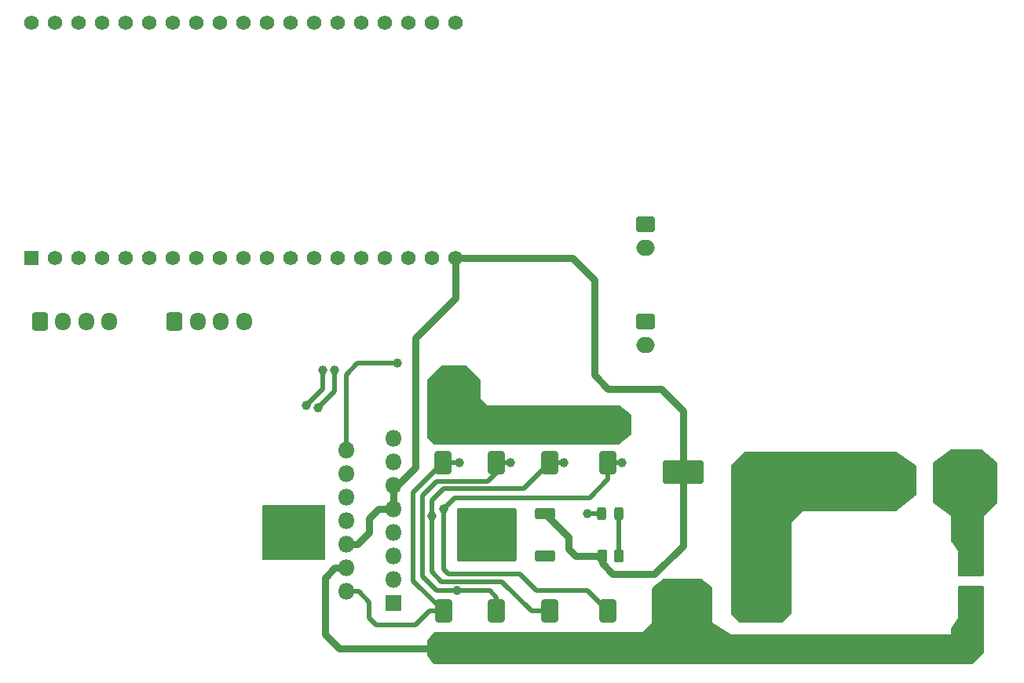
<source format=gbr>
%TF.GenerationSoftware,KiCad,Pcbnew,7.0.8*%
%TF.CreationDate,2024-03-30T18:50:20+07:00*%
%TF.ProjectId,2wd_control,3277645f-636f-46e7-9472-6f6c2e6b6963,rev?*%
%TF.SameCoordinates,Original*%
%TF.FileFunction,Copper,L1,Top*%
%TF.FilePolarity,Positive*%
%FSLAX46Y46*%
G04 Gerber Fmt 4.6, Leading zero omitted, Abs format (unit mm)*
G04 Created by KiCad (PCBNEW 7.0.8) date 2024-03-30 18:50:20*
%MOMM*%
%LPD*%
G01*
G04 APERTURE LIST*
G04 Aperture macros list*
%AMRoundRect*
0 Rectangle with rounded corners*
0 $1 Rounding radius*
0 $2 $3 $4 $5 $6 $7 $8 $9 X,Y pos of 4 corners*
0 Add a 4 corners polygon primitive as box body*
4,1,4,$2,$3,$4,$5,$6,$7,$8,$9,$2,$3,0*
0 Add four circle primitives for the rounded corners*
1,1,$1+$1,$2,$3*
1,1,$1+$1,$4,$5*
1,1,$1+$1,$6,$7*
1,1,$1+$1,$8,$9*
0 Add four rect primitives between the rounded corners*
20,1,$1+$1,$2,$3,$4,$5,0*
20,1,$1+$1,$4,$5,$6,$7,0*
20,1,$1+$1,$6,$7,$8,$9,0*
20,1,$1+$1,$8,$9,$2,$3,0*%
G04 Aperture macros list end*
%TA.AperFunction,ComponentPad*%
%ADD10C,6.000000*%
%TD*%
%TA.AperFunction,SMDPad,CuDef*%
%ADD11RoundRect,0.250000X0.650000X-1.000000X0.650000X1.000000X-0.650000X1.000000X-0.650000X-1.000000X0*%
%TD*%
%TA.AperFunction,SMDPad,CuDef*%
%ADD12RoundRect,0.250000X0.850000X0.350000X-0.850000X0.350000X-0.850000X-0.350000X0.850000X-0.350000X0*%
%TD*%
%TA.AperFunction,SMDPad,CuDef*%
%ADD13RoundRect,0.250000X1.275000X1.125000X-1.275000X1.125000X-1.275000X-1.125000X1.275000X-1.125000X0*%
%TD*%
%TA.AperFunction,SMDPad,CuDef*%
%ADD14RoundRect,0.249997X2.950003X2.650003X-2.950003X2.650003X-2.950003X-2.650003X2.950003X-2.650003X0*%
%TD*%
%TA.AperFunction,ComponentPad*%
%ADD15R,1.560000X1.560000*%
%TD*%
%TA.AperFunction,ComponentPad*%
%ADD16C,1.560000*%
%TD*%
%TA.AperFunction,SMDPad,CuDef*%
%ADD17RoundRect,0.301219X-0.301218X1.011780X-0.301218X-1.011780X0.301218X-1.011780X0.301218X1.011780X0*%
%TD*%
%TA.AperFunction,SMDPad,CuDef*%
%ADD18RoundRect,0.297250X-0.297250X1.015750X-0.297250X-1.015750X0.297250X-1.015750X0.297250X1.015750X0*%
%TD*%
%TA.AperFunction,SMDPad,CuDef*%
%ADD19RoundRect,0.250000X-1.950000X-1.000000X1.950000X-1.000000X1.950000X1.000000X-1.950000X1.000000X0*%
%TD*%
%TA.AperFunction,ComponentPad*%
%ADD20R,1.800000X1.800000*%
%TD*%
%TA.AperFunction,ComponentPad*%
%ADD21O,1.800000X1.800000*%
%TD*%
%TA.AperFunction,ComponentPad*%
%ADD22RoundRect,0.250000X-0.600000X-0.725000X0.600000X-0.725000X0.600000X0.725000X-0.600000X0.725000X0*%
%TD*%
%TA.AperFunction,ComponentPad*%
%ADD23O,1.700000X1.950000*%
%TD*%
%TA.AperFunction,SMDPad,CuDef*%
%ADD24RoundRect,0.250000X-0.262500X-0.450000X0.262500X-0.450000X0.262500X0.450000X-0.262500X0.450000X0*%
%TD*%
%TA.AperFunction,ComponentPad*%
%ADD25RoundRect,0.250000X-0.750000X0.600000X-0.750000X-0.600000X0.750000X-0.600000X0.750000X0.600000X0*%
%TD*%
%TA.AperFunction,ComponentPad*%
%ADD26O,2.000000X1.700000*%
%TD*%
%TA.AperFunction,SMDPad,CuDef*%
%ADD27RoundRect,0.243750X-0.243750X-0.456250X0.243750X-0.456250X0.243750X0.456250X-0.243750X0.456250X0*%
%TD*%
%TA.AperFunction,ViaPad*%
%ADD28C,1.000000*%
%TD*%
%TA.AperFunction,Conductor*%
%ADD29C,0.800000*%
%TD*%
%TA.AperFunction,Conductor*%
%ADD30C,0.500000*%
%TD*%
G04 APERTURE END LIST*
D10*
%TO.P,12V1,1,Pin_1*%
%TO.N,Net-(12V1-Pin_1)*%
X223000000Y-99250000D03*
%TD*%
D11*
%TO.P,D5,1,K*%
%TO.N,+12V*%
X184490000Y-117250000D03*
%TO.P,D5,2,A*%
%TO.N,Net-(D5-A)*%
X184490000Y-113250000D03*
%TD*%
%TO.P,D7,1,K*%
%TO.N,Net-(D3-A)*%
X172440000Y-97250000D03*
%TO.P,D7,2,A*%
%TO.N,GND*%
X172440000Y-93250000D03*
%TD*%
%TO.P,D4,1,K*%
%TO.N,+12V*%
X178240000Y-117250000D03*
%TO.P,D4,2,A*%
%TO.N,Net-(D4-A)*%
X178240000Y-113250000D03*
%TD*%
D12*
%TO.P,U3,1,VI*%
%TO.N,+12V*%
X177700000Y-107280000D03*
D13*
%TO.P,U3,2,GND*%
%TO.N,GND*%
X173075000Y-106525000D03*
X173075000Y-103475000D03*
D14*
X171400000Y-105000000D03*
D13*
X169725000Y-106525000D03*
X169725000Y-103475000D03*
D12*
%TO.P,U3,3,VO*%
%TO.N,EN*%
X177700000Y-102720000D03*
%TD*%
D11*
%TO.P,D2,1,K*%
%TO.N,+12V*%
X166740000Y-117250000D03*
%TO.P,D2,2,A*%
%TO.N,Net-(D2-A)*%
X166740000Y-113250000D03*
%TD*%
D15*
%TO.P,U1,J2-1,3V3*%
%TO.N,unconnected-(U1-3V3-PadJ2-1)*%
X122350000Y-75150000D03*
D16*
%TO.P,U1,J2-2,EN*%
%TO.N,unconnected-(U1-EN-PadJ2-2)*%
X124890000Y-75150000D03*
%TO.P,U1,J2-3,SENSOR_VP*%
%TO.N,unconnected-(U1-SENSOR_VP-PadJ2-3)*%
X127430000Y-75150000D03*
%TO.P,U1,J2-4,SENSOR_VN*%
%TO.N,unconnected-(U1-SENSOR_VN-PadJ2-4)*%
X129970000Y-75150000D03*
%TO.P,U1,J2-5,IO34*%
%TO.N,ENCOD_0_A*%
X132510000Y-75150000D03*
%TO.P,U1,J2-6,IO35*%
%TO.N,ENCOD_0_B*%
X135050000Y-75150000D03*
%TO.P,U1,J2-7,IO32*%
%TO.N,ENCOD_1_A*%
X137590000Y-75150000D03*
%TO.P,U1,J2-8,IO33*%
%TO.N,ENCOD_1_B*%
X140130000Y-75150000D03*
%TO.P,U1,J2-9,IO25*%
%TO.N,IN 1*%
X142670000Y-75150000D03*
%TO.P,U1,J2-10,IO26*%
%TO.N,IN 2*%
X145210000Y-75150000D03*
%TO.P,U1,J2-11,IO27*%
%TO.N,IN 3*%
X147750000Y-75150000D03*
%TO.P,U1,J2-12,IO14*%
%TO.N,IN 4*%
X150290000Y-75150000D03*
%TO.P,U1,J2-13,IO12*%
%TO.N,unconnected-(U1-IO12-PadJ2-13)*%
X152830000Y-75150000D03*
%TO.P,U1,J2-14,GND1*%
%TO.N,GND*%
X155370000Y-75150000D03*
%TO.P,U1,J2-15,IO13*%
%TO.N,unconnected-(U1-IO13-PadJ2-15)*%
X157910000Y-75150000D03*
%TO.P,U1,J2-16,SD2*%
%TO.N,unconnected-(U1-SD2-PadJ2-16)*%
X160450000Y-75150000D03*
%TO.P,U1,J2-17,SD3*%
%TO.N,unconnected-(U1-SD3-PadJ2-17)*%
X162990000Y-75150000D03*
%TO.P,U1,J2-18,CMD*%
%TO.N,unconnected-(U1-CMD-PadJ2-18)*%
X165530000Y-75150000D03*
%TO.P,U1,J2-19,EXT_5V*%
%TO.N,EN*%
X168070000Y-75150000D03*
%TO.P,U1,J3-1,GND3*%
%TO.N,GND*%
X122350000Y-49750000D03*
%TO.P,U1,J3-2,IO23*%
%TO.N,unconnected-(U1-IO23-PadJ3-2)*%
X124890000Y-49750000D03*
%TO.P,U1,J3-3,IO22*%
%TO.N,unconnected-(U1-IO22-PadJ3-3)*%
X127430000Y-49750000D03*
%TO.P,U1,J3-4,TXD0*%
%TO.N,unconnected-(U1-TXD0-PadJ3-4)*%
X129970000Y-49750000D03*
%TO.P,U1,J3-5,RXD0*%
%TO.N,unconnected-(U1-RXD0-PadJ3-5)*%
X132510000Y-49750000D03*
%TO.P,U1,J3-6,IO21*%
%TO.N,unconnected-(U1-IO21-PadJ3-6)*%
X135050000Y-49750000D03*
%TO.P,U1,J3-7,GND2*%
%TO.N,GND*%
X137590000Y-49750000D03*
%TO.P,U1,J3-8,IO19*%
%TO.N,unconnected-(U1-IO19-PadJ3-8)*%
X140130000Y-49750000D03*
%TO.P,U1,J3-9,IO18*%
%TO.N,unconnected-(U1-IO18-PadJ3-9)*%
X142670000Y-49750000D03*
%TO.P,U1,J3-10,IO5*%
%TO.N,unconnected-(U1-IO5-PadJ3-10)*%
X145210000Y-49750000D03*
%TO.P,U1,J3-11,IO17*%
%TO.N,unconnected-(U1-IO17-PadJ3-11)*%
X147750000Y-49750000D03*
%TO.P,U1,J3-12,IO16*%
%TO.N,unconnected-(U1-IO16-PadJ3-12)*%
X150290000Y-49750000D03*
%TO.P,U1,J3-13,IO4*%
%TO.N,unconnected-(U1-IO4-PadJ3-13)*%
X152830000Y-49750000D03*
%TO.P,U1,J3-14,IO0*%
%TO.N,unconnected-(U1-IO0-PadJ3-14)*%
X155370000Y-49750000D03*
%TO.P,U1,J3-15,IO2*%
%TO.N,unconnected-(U1-IO2-PadJ3-15)*%
X157910000Y-49750000D03*
%TO.P,U1,J3-16,IO15*%
%TO.N,unconnected-(U1-IO15-PadJ3-16)*%
X160450000Y-49750000D03*
%TO.P,U1,J3-17,SD1*%
%TO.N,unconnected-(U1-SD1-PadJ3-17)*%
X162990000Y-49750000D03*
%TO.P,U1,J3-18,SD0*%
%TO.N,unconnected-(U1-SD0-PadJ3-18)*%
X165530000Y-49750000D03*
%TO.P,U1,J3-19,CLK*%
%TO.N,unconnected-(U1-CLK-PadJ3-19)*%
X168070000Y-49750000D03*
%TD*%
D17*
%TO.P,U4,2*%
%TO.N,Net-(12V1-Pin_1)*%
X223750000Y-107750000D03*
D18*
%TO.P,U4,3*%
%TO.N,+12V*%
X223750000Y-112322000D03*
%TD*%
D19*
%TO.P,C1,1*%
%TO.N,+12V*%
X192550000Y-112500000D03*
%TO.P,C1,2*%
%TO.N,GND*%
X200950000Y-112500000D03*
%TD*%
D20*
%TO.P,U2,1,SENSE_A*%
%TO.N,GND*%
X161325000Y-112395000D03*
D21*
%TO.P,U2,2,OUT1*%
%TO.N,Net-(D2-A)*%
X156245000Y-111125000D03*
%TO.P,U2,3,OUT2*%
%TO.N,Net-(D3-A)*%
X161325000Y-109855000D03*
%TO.P,U2,4,Vs*%
%TO.N,+12V*%
X156245000Y-108585000D03*
%TO.P,U2,5,IN1*%
%TO.N,IN 1*%
X161325000Y-107315000D03*
%TO.P,U2,6,EnA*%
%TO.N,EN*%
X156245000Y-106045000D03*
%TO.P,U2,7,IN2*%
%TO.N,IN 2*%
X161325000Y-104775000D03*
%TO.P,U2,8,GND*%
%TO.N,GND*%
X156245000Y-103505000D03*
%TO.P,U2,9,Vss*%
%TO.N,EN*%
X161325000Y-102235000D03*
%TO.P,U2,10,IN3*%
%TO.N,IN 3*%
X156245000Y-100965000D03*
%TO.P,U2,11,EnB*%
%TO.N,EN*%
X161325000Y-99695000D03*
%TO.P,U2,12,IN4*%
%TO.N,IN 4*%
X156245000Y-98425000D03*
%TO.P,U2,13,OUT3*%
%TO.N,Net-(D4-A)*%
X161325000Y-97155000D03*
%TO.P,U2,14,OUT4*%
%TO.N,Net-(D5-A)*%
X156245000Y-95885000D03*
%TO.P,U2,15,SENSE_B*%
%TO.N,GND*%
X161325000Y-94615000D03*
%TD*%
D11*
%TO.P,D3,1,K*%
%TO.N,+12V*%
X172490000Y-117250000D03*
%TO.P,D3,2,A*%
%TO.N,Net-(D3-A)*%
X172490000Y-113250000D03*
%TD*%
D22*
%TO.P,Encoder0,1,Pin_1*%
%TO.N,EN*%
X123250000Y-82000000D03*
D23*
%TO.P,Encoder0,2,Pin_2*%
%TO.N,GND*%
X125750000Y-82000000D03*
%TO.P,Encoder0,3,Pin_3*%
%TO.N,ENCOD_0_A*%
X128250000Y-82000000D03*
%TO.P,Encoder0,4,Pin_4*%
%TO.N,ENCOD_0_B*%
X130750000Y-82000000D03*
%TD*%
D11*
%TO.P,D9,1,K*%
%TO.N,Net-(D5-A)*%
X184490000Y-97250000D03*
%TO.P,D9,2,A*%
%TO.N,GND*%
X184490000Y-93250000D03*
%TD*%
D10*
%TO.P,GND1,1,Pin_1*%
%TO.N,GND*%
X213750000Y-99250000D03*
%TD*%
D24*
%TO.P,R1,1*%
%TO.N,EN*%
X183837500Y-107250000D03*
%TO.P,R1,2*%
%TO.N,Net-(D1-A)*%
X185662500Y-107250000D03*
%TD*%
D22*
%TO.P,Encoder1,1,Pin_1*%
%TO.N,EN*%
X137750000Y-82000000D03*
D23*
%TO.P,Encoder1,2,Pin_2*%
%TO.N,GND*%
X140250000Y-82000000D03*
%TO.P,Encoder1,3,Pin_3*%
%TO.N,ENCOD_1_A*%
X142750000Y-82000000D03*
%TO.P,Encoder1,4,Pin_4*%
%TO.N,ENCOD_1_B*%
X145250000Y-82000000D03*
%TD*%
D19*
%TO.P,C2,1*%
%TO.N,EN*%
X192600000Y-98250000D03*
%TO.P,C2,2*%
%TO.N,GND*%
X201000000Y-98250000D03*
%TD*%
D25*
%TO.P,MotorA1,1,Pin_1*%
%TO.N,Net-(D2-A)*%
X188500000Y-71500000D03*
D26*
%TO.P,MotorA1,2,Pin_2*%
%TO.N,Net-(D3-A)*%
X188500000Y-74000000D03*
%TD*%
D25*
%TO.P,MotorB1,1,Pin_1*%
%TO.N,Net-(D4-A)*%
X188500000Y-82000000D03*
D26*
%TO.P,MotorB1,2,Pin_2*%
%TO.N,Net-(D5-A)*%
X188500000Y-84500000D03*
%TD*%
D27*
%TO.P,D1,1,K*%
%TO.N,GND*%
X183812500Y-102750000D03*
%TO.P,D1,2,A*%
%TO.N,Net-(D1-A)*%
X185687500Y-102750000D03*
%TD*%
D11*
%TO.P,D6,1,K*%
%TO.N,Net-(D2-A)*%
X166690000Y-97250000D03*
%TO.P,D6,2,A*%
%TO.N,GND*%
X166690000Y-93250000D03*
%TD*%
%TO.P,D8,1,K*%
%TO.N,Net-(D4-A)*%
X178190000Y-97250000D03*
%TO.P,D8,2,A*%
%TO.N,GND*%
X178190000Y-93250000D03*
%TD*%
D28*
%TO.N,GND*%
X152750000Y-105500000D03*
X152750000Y-102500000D03*
X169250000Y-107000000D03*
X171250000Y-107000000D03*
X168000000Y-90000000D03*
X169250000Y-105000000D03*
X173250000Y-105000000D03*
X152750000Y-104000000D03*
X169750000Y-88500000D03*
X148750000Y-107000000D03*
X173250000Y-107000000D03*
X171250000Y-105000000D03*
X169250000Y-103000000D03*
X148750000Y-102500000D03*
X148750000Y-104000000D03*
X166250000Y-88500000D03*
X168000000Y-88500000D03*
X182250000Y-102750000D03*
X169750000Y-90000000D03*
X152750000Y-106750000D03*
X171250000Y-103000000D03*
X173250000Y-103000000D03*
X148750000Y-105500000D03*
X166250000Y-90000000D03*
%TO.N,Net-(D2-A)*%
X168500000Y-97250000D03*
%TO.N,Net-(D3-A)*%
X168250000Y-111000000D03*
X174000000Y-97250000D03*
%TO.N,Net-(D4-A)*%
X179750000Y-97250000D03*
X165500000Y-103000000D03*
X179750000Y-97250000D03*
%TO.N,Net-(D5-A)*%
X166750000Y-102250000D03*
X186000000Y-97250000D03*
X161750000Y-86500000D03*
%TO.N,IN 3*%
X153750000Y-87250000D03*
X152000000Y-91000000D03*
%TO.N,IN 4*%
X155000000Y-87250000D03*
X153250000Y-91250000D03*
%TD*%
D29*
%TO.N,+12V*%
X155040000Y-108585000D02*
X154000000Y-109625000D01*
X155500000Y-117250000D02*
X166740000Y-117250000D01*
X154000000Y-109625000D02*
X154000000Y-115750000D01*
X154000000Y-115750000D02*
X155500000Y-117250000D01*
X156245000Y-108585000D02*
X155040000Y-108585000D01*
D30*
%TO.N,GND*%
X183812500Y-102750000D02*
X182250000Y-102750000D01*
D29*
%TO.N,EN*%
X163750000Y-97760000D02*
X163750000Y-83750000D01*
X177700000Y-102720000D02*
X180250000Y-105270000D01*
X156245000Y-106045000D02*
X157455000Y-106045000D01*
X157455000Y-106045000D02*
X158750000Y-104750000D01*
X192600000Y-106150000D02*
X192600000Y-98250000D01*
X183000000Y-87750000D02*
X183000000Y-77500000D01*
X190250000Y-89250000D02*
X184500000Y-89250000D01*
X192600000Y-91600000D02*
X190250000Y-89250000D01*
X183000000Y-77500000D02*
X180650000Y-75150000D01*
X189500000Y-109250000D02*
X192600000Y-106150000D01*
X168070000Y-79430000D02*
X168070000Y-75150000D01*
X161325000Y-102235000D02*
X161325000Y-99695000D01*
X192600000Y-98250000D02*
X192600000Y-91600000D01*
X161815000Y-99695000D02*
X163750000Y-97760000D01*
X184500000Y-89250000D02*
X183000000Y-87750000D01*
X163750000Y-83750000D02*
X168070000Y-79430000D01*
X161325000Y-99695000D02*
X161815000Y-99695000D01*
X158750000Y-104750000D02*
X158750000Y-103250000D01*
X158750000Y-103250000D02*
X159765000Y-102235000D01*
X185000000Y-109250000D02*
X189500000Y-109250000D01*
X180250000Y-106500000D02*
X181000000Y-107250000D01*
X183837500Y-108087500D02*
X185000000Y-109250000D01*
X180250000Y-105270000D02*
X180250000Y-106500000D01*
X181000000Y-107250000D02*
X183837500Y-107250000D01*
X159765000Y-102235000D02*
X161325000Y-102235000D01*
X183837500Y-107250000D02*
X183837500Y-108087500D01*
X180650000Y-75150000D02*
X168070000Y-75150000D01*
D30*
%TO.N,Net-(D1-A)*%
X185662500Y-107250000D02*
X185662500Y-102775000D01*
X185662500Y-102775000D02*
X185687500Y-102750000D01*
%TO.N,Net-(D2-A)*%
X158750000Y-114000000D02*
X159500000Y-114750000D01*
X165250000Y-113250000D02*
X166740000Y-113250000D01*
X157625000Y-111125000D02*
X158750000Y-112250000D01*
X163500000Y-100440000D02*
X163500000Y-110010000D01*
X166690000Y-97250000D02*
X168500000Y-97250000D01*
X156245000Y-111125000D02*
X157625000Y-111125000D01*
X158750000Y-112250000D02*
X158750000Y-114000000D01*
X163750000Y-114750000D02*
X165250000Y-113250000D01*
X159500000Y-114750000D02*
X163750000Y-114750000D01*
X163500000Y-110010000D02*
X166740000Y-113250000D01*
X166690000Y-97250000D02*
X163500000Y-100440000D01*
%TO.N,Net-(D3-A)*%
X164500000Y-109500000D02*
X166000000Y-111000000D01*
X172440000Y-97250000D02*
X174000000Y-97250000D01*
X166000000Y-111000000D02*
X168250000Y-111000000D01*
X172440000Y-98310000D02*
X171500000Y-99250000D01*
X172440000Y-97250000D02*
X172440000Y-98310000D01*
X171750000Y-111000000D02*
X168250000Y-111000000D01*
X171500000Y-99250000D02*
X166000000Y-99250000D01*
X172490000Y-113250000D02*
X172490000Y-111740000D01*
X164500000Y-100750000D02*
X164500000Y-109500000D01*
X172490000Y-111740000D02*
X171750000Y-111000000D01*
X166000000Y-99250000D02*
X164500000Y-100750000D01*
%TO.N,Net-(D4-A)*%
X173050000Y-110050000D02*
X176250000Y-113250000D01*
X165500000Y-103000000D02*
X165500000Y-109000000D01*
X178190000Y-97250000D02*
X179750000Y-97250000D01*
X166550000Y-110050000D02*
X173050000Y-110050000D01*
X176250000Y-113250000D02*
X178240000Y-113250000D01*
X166750000Y-100000000D02*
X165500000Y-101250000D01*
X178190000Y-97250000D02*
X175440000Y-100000000D01*
X175440000Y-100000000D02*
X166750000Y-100000000D01*
X165500000Y-109000000D02*
X166550000Y-110050000D01*
X165500000Y-101250000D02*
X165500000Y-103000000D01*
%TO.N,Net-(D5-A)*%
X167250000Y-109250000D02*
X175000000Y-109250000D01*
X184490000Y-99010000D02*
X182500000Y-101000000D01*
X166750000Y-102250000D02*
X166750000Y-108750000D01*
X166750000Y-108750000D02*
X167250000Y-109250000D01*
X175000000Y-109250000D02*
X176750000Y-111000000D01*
X157500000Y-86500000D02*
X156245000Y-87755000D01*
X184490000Y-97250000D02*
X184490000Y-99010000D01*
X182240000Y-111000000D02*
X184490000Y-113250000D01*
X168000000Y-101000000D02*
X166750000Y-102250000D01*
X182500000Y-101000000D02*
X168000000Y-101000000D01*
X161750000Y-86500000D02*
X157500000Y-86500000D01*
X176750000Y-111000000D02*
X182240000Y-111000000D01*
X156245000Y-87755000D02*
X156245000Y-95885000D01*
X184490000Y-97250000D02*
X186000000Y-97250000D01*
%TO.N,IN 3*%
X153750000Y-89250000D02*
X152000000Y-91000000D01*
X153750000Y-87250000D02*
X153750000Y-89250000D01*
%TO.N,IN 4*%
X155000000Y-87250000D02*
X155000000Y-89500000D01*
X155000000Y-89500000D02*
X153250000Y-91250000D01*
%TD*%
%TA.AperFunction,Conductor*%
%TO.N,+12V*%
G36*
X224943039Y-110519685D02*
G01*
X224988794Y-110572489D01*
X225000000Y-110624000D01*
X225000000Y-117698638D01*
X224980315Y-117765677D01*
X224963681Y-117786319D01*
X223786319Y-118963681D01*
X223724996Y-118997166D01*
X223698638Y-119000000D01*
X192750000Y-119000000D01*
X192750000Y-114500000D01*
X195750000Y-114500000D01*
X197750000Y-115750000D01*
X221500000Y-115750000D01*
X221500000Y-115041333D01*
X221519685Y-114974294D01*
X221524800Y-114966933D01*
X221875000Y-114500000D01*
X222250000Y-114000000D01*
X222250000Y-110624000D01*
X222269685Y-110556961D01*
X222322489Y-110511206D01*
X222374000Y-110500000D01*
X224876000Y-110500000D01*
X224943039Y-110519685D01*
G37*
%TD.AperFunction*%
%TD*%
%TA.AperFunction,Conductor*%
%TO.N,+12V*%
G36*
X194523542Y-109769685D02*
G01*
X194533965Y-109777172D01*
X195703462Y-110712770D01*
X195743514Y-110770020D01*
X195750000Y-110809597D01*
X195750000Y-114500000D01*
X192750000Y-114500000D01*
X192750000Y-119000000D01*
X165812000Y-119000000D01*
X165744961Y-118980315D01*
X165712800Y-118950400D01*
X165024800Y-118033066D01*
X165000324Y-117967624D01*
X165000000Y-117958666D01*
X165000000Y-116541333D01*
X165019685Y-116474294D01*
X165024800Y-116466933D01*
X165712800Y-115549600D01*
X165768771Y-115507779D01*
X165812000Y-115500000D01*
X188250000Y-115500000D01*
X189250000Y-114500000D01*
X189250000Y-110809597D01*
X189269685Y-110742558D01*
X189296536Y-110712771D01*
X190466035Y-109777172D01*
X190530681Y-109750664D01*
X190543497Y-109750000D01*
X194456503Y-109750000D01*
X194523542Y-109769685D01*
G37*
%TD.AperFunction*%
%TD*%
%TA.AperFunction,Conductor*%
%TO.N,GND*%
G36*
X215529495Y-96019685D02*
G01*
X215531239Y-96020826D01*
X217694784Y-97463189D01*
X217739644Y-97516753D01*
X217750000Y-97566362D01*
X217750000Y-100689353D01*
X217730315Y-100756392D01*
X217702129Y-100787233D01*
X215533583Y-102473880D01*
X215468580Y-102499500D01*
X215457454Y-102500000D01*
X205499999Y-102500000D01*
X204250000Y-103749999D01*
X204250000Y-113448638D01*
X204230315Y-113515677D01*
X204213681Y-113536319D01*
X203286319Y-114463681D01*
X203224996Y-114497166D01*
X203198638Y-114500000D01*
X198801362Y-114500000D01*
X198734323Y-114480315D01*
X198713681Y-114463681D01*
X197786319Y-113536319D01*
X197752834Y-113474996D01*
X197750000Y-113448638D01*
X197750000Y-97551362D01*
X197769685Y-97484323D01*
X197786319Y-97463681D01*
X199213681Y-96036319D01*
X199275004Y-96002834D01*
X199301362Y-96000000D01*
X215462456Y-96000000D01*
X215529495Y-96019685D01*
G37*
%TD.AperFunction*%
%TD*%
%TA.AperFunction,Conductor*%
%TO.N,GND*%
G36*
X169265677Y-86769685D02*
G01*
X169286319Y-86786319D01*
X170713681Y-88213681D01*
X170747166Y-88275004D01*
X170750000Y-88301362D01*
X170750000Y-90250000D01*
X171500000Y-91000000D01*
X185706503Y-91000000D01*
X185773542Y-91019685D01*
X185783965Y-91027172D01*
X186953462Y-91962770D01*
X186993514Y-92020020D01*
X187000000Y-92059597D01*
X187000000Y-94190402D01*
X186980315Y-94257441D01*
X186953462Y-94287230D01*
X185783965Y-95222828D01*
X185719319Y-95249336D01*
X185706503Y-95250000D01*
X175375000Y-95250000D01*
X165801362Y-95250000D01*
X165734323Y-95230315D01*
X165713681Y-95213681D01*
X165036319Y-94536319D01*
X165002834Y-94474996D01*
X165000000Y-94448638D01*
X165000000Y-88301362D01*
X165019685Y-88234323D01*
X165036319Y-88213681D01*
X166463681Y-86786319D01*
X166525004Y-86752834D01*
X166551362Y-86750000D01*
X169198638Y-86750000D01*
X169265677Y-86769685D01*
G37*
%TD.AperFunction*%
%TD*%
%TA.AperFunction,Conductor*%
%TO.N,Net-(12V1-Pin_1)*%
G36*
X224771168Y-95769685D02*
G01*
X224784827Y-95779852D01*
X226456698Y-97212884D01*
X226494788Y-97271459D01*
X226500000Y-97307032D01*
X226500000Y-101448638D01*
X226480315Y-101515677D01*
X226463681Y-101536319D01*
X225000000Y-102999999D01*
X225000000Y-109376000D01*
X224980315Y-109443039D01*
X224927511Y-109488794D01*
X224876000Y-109500000D01*
X222374000Y-109500000D01*
X222306961Y-109480315D01*
X222261206Y-109427511D01*
X222250000Y-109376000D01*
X222250000Y-106750000D01*
X221524800Y-105783066D01*
X221500324Y-105717624D01*
X221500000Y-105708666D01*
X221500000Y-102999999D01*
X219549600Y-101537199D01*
X219507779Y-101481228D01*
X219500000Y-101437999D01*
X219500000Y-97312000D01*
X219519685Y-97244961D01*
X219549600Y-97212800D01*
X221466933Y-95774800D01*
X221532375Y-95750324D01*
X221541333Y-95750000D01*
X224704129Y-95750000D01*
X224771168Y-95769685D01*
G37*
%TD.AperFunction*%
%TD*%
%TA.AperFunction,Conductor*%
%TO.N,GND*%
G36*
X153943039Y-101769685D02*
G01*
X153988794Y-101822489D01*
X154000000Y-101874000D01*
X154000000Y-107626000D01*
X153980315Y-107693039D01*
X153927511Y-107738794D01*
X153876000Y-107750000D01*
X147374000Y-107750000D01*
X147306961Y-107730315D01*
X147261206Y-107677511D01*
X147250000Y-107626000D01*
X147250000Y-101874000D01*
X147269685Y-101806961D01*
X147322489Y-101761206D01*
X147374000Y-101750000D01*
X153876000Y-101750000D01*
X153943039Y-101769685D01*
G37*
%TD.AperFunction*%
%TD*%
M02*

</source>
